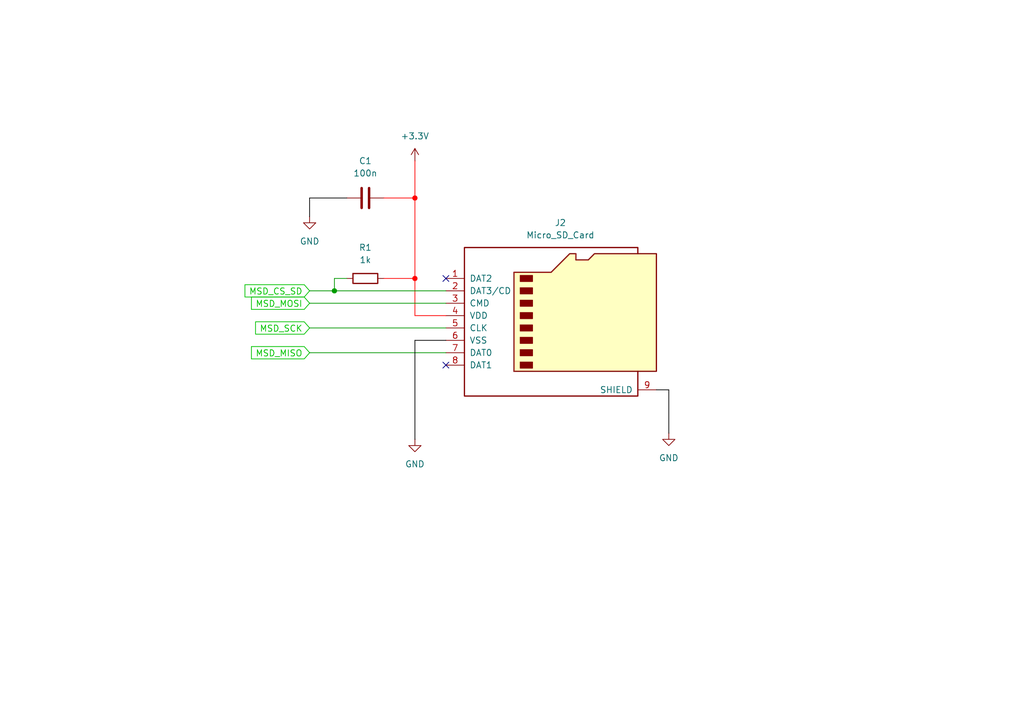
<source format=kicad_sch>
(kicad_sch
	(version 20231120)
	(generator "eeschema")
	(generator_version "8.0")
	(uuid "bdf989dc-e67b-4f27-a164-b3e832785386")
	(paper "A5")
	(lib_symbols
		(symbol "Connector:Micro_SD_Card"
			(pin_names
				(offset 1.016)
			)
			(exclude_from_sim no)
			(in_bom yes)
			(on_board yes)
			(property "Reference" "J"
				(at -16.51 15.24 0)
				(effects
					(font
						(size 1.27 1.27)
					)
				)
			)
			(property "Value" "Micro_SD_Card"
				(at 16.51 15.24 0)
				(effects
					(font
						(size 1.27 1.27)
					)
					(justify right)
				)
			)
			(property "Footprint" ""
				(at 29.21 7.62 0)
				(effects
					(font
						(size 1.27 1.27)
					)
					(hide yes)
				)
			)
			(property "Datasheet" "http://katalog.we-online.de/em/datasheet/693072010801.pdf"
				(at 0 0 0)
				(effects
					(font
						(size 1.27 1.27)
					)
					(hide yes)
				)
			)
			(property "Description" "Micro SD Card Socket"
				(at 0 0 0)
				(effects
					(font
						(size 1.27 1.27)
					)
					(hide yes)
				)
			)
			(property "ki_keywords" "connector SD microsd"
				(at 0 0 0)
				(effects
					(font
						(size 1.27 1.27)
					)
					(hide yes)
				)
			)
			(property "ki_fp_filters" "microSD*"
				(at 0 0 0)
				(effects
					(font
						(size 1.27 1.27)
					)
					(hide yes)
				)
			)
			(symbol "Micro_SD_Card_0_1"
				(rectangle
					(start -7.62 -9.525)
					(end -5.08 -10.795)
					(stroke
						(width 0)
						(type default)
					)
					(fill
						(type outline)
					)
				)
				(rectangle
					(start -7.62 -6.985)
					(end -5.08 -8.255)
					(stroke
						(width 0)
						(type default)
					)
					(fill
						(type outline)
					)
				)
				(rectangle
					(start -7.62 -4.445)
					(end -5.08 -5.715)
					(stroke
						(width 0)
						(type default)
					)
					(fill
						(type outline)
					)
				)
				(rectangle
					(start -7.62 -1.905)
					(end -5.08 -3.175)
					(stroke
						(width 0)
						(type default)
					)
					(fill
						(type outline)
					)
				)
				(rectangle
					(start -7.62 0.635)
					(end -5.08 -0.635)
					(stroke
						(width 0)
						(type default)
					)
					(fill
						(type outline)
					)
				)
				(rectangle
					(start -7.62 3.175)
					(end -5.08 1.905)
					(stroke
						(width 0)
						(type default)
					)
					(fill
						(type outline)
					)
				)
				(rectangle
					(start -7.62 5.715)
					(end -5.08 4.445)
					(stroke
						(width 0)
						(type default)
					)
					(fill
						(type outline)
					)
				)
				(rectangle
					(start -7.62 8.255)
					(end -5.08 6.985)
					(stroke
						(width 0)
						(type default)
					)
					(fill
						(type outline)
					)
				)
				(polyline
					(pts
						(xy 16.51 12.7) (xy 16.51 13.97) (xy -19.05 13.97) (xy -19.05 -16.51) (xy 16.51 -16.51) (xy 16.51 -11.43)
					)
					(stroke
						(width 0.254)
						(type default)
					)
					(fill
						(type none)
					)
				)
				(polyline
					(pts
						(xy -8.89 -11.43) (xy -8.89 8.89) (xy -1.27 8.89) (xy 2.54 12.7) (xy 3.81 12.7) (xy 3.81 11.43)
						(xy 6.35 11.43) (xy 7.62 12.7) (xy 20.32 12.7) (xy 20.32 -11.43) (xy -8.89 -11.43)
					)
					(stroke
						(width 0.254)
						(type default)
					)
					(fill
						(type background)
					)
				)
			)
			(symbol "Micro_SD_Card_1_1"
				(pin bidirectional line
					(at -22.86 7.62 0)
					(length 3.81)
					(name "DAT2"
						(effects
							(font
								(size 1.27 1.27)
							)
						)
					)
					(number "1"
						(effects
							(font
								(size 1.27 1.27)
							)
						)
					)
				)
				(pin bidirectional line
					(at -22.86 5.08 0)
					(length 3.81)
					(name "DAT3/CD"
						(effects
							(font
								(size 1.27 1.27)
							)
						)
					)
					(number "2"
						(effects
							(font
								(size 1.27 1.27)
							)
						)
					)
				)
				(pin input line
					(at -22.86 2.54 0)
					(length 3.81)
					(name "CMD"
						(effects
							(font
								(size 1.27 1.27)
							)
						)
					)
					(number "3"
						(effects
							(font
								(size 1.27 1.27)
							)
						)
					)
				)
				(pin power_in line
					(at -22.86 0 0)
					(length 3.81)
					(name "VDD"
						(effects
							(font
								(size 1.27 1.27)
							)
						)
					)
					(number "4"
						(effects
							(font
								(size 1.27 1.27)
							)
						)
					)
				)
				(pin input line
					(at -22.86 -2.54 0)
					(length 3.81)
					(name "CLK"
						(effects
							(font
								(size 1.27 1.27)
							)
						)
					)
					(number "5"
						(effects
							(font
								(size 1.27 1.27)
							)
						)
					)
				)
				(pin power_in line
					(at -22.86 -5.08 0)
					(length 3.81)
					(name "VSS"
						(effects
							(font
								(size 1.27 1.27)
							)
						)
					)
					(number "6"
						(effects
							(font
								(size 1.27 1.27)
							)
						)
					)
				)
				(pin bidirectional line
					(at -22.86 -7.62 0)
					(length 3.81)
					(name "DAT0"
						(effects
							(font
								(size 1.27 1.27)
							)
						)
					)
					(number "7"
						(effects
							(font
								(size 1.27 1.27)
							)
						)
					)
				)
				(pin bidirectional line
					(at -22.86 -10.16 0)
					(length 3.81)
					(name "DAT1"
						(effects
							(font
								(size 1.27 1.27)
							)
						)
					)
					(number "8"
						(effects
							(font
								(size 1.27 1.27)
							)
						)
					)
				)
				(pin passive line
					(at 20.32 -15.24 180)
					(length 3.81)
					(name "SHIELD"
						(effects
							(font
								(size 1.27 1.27)
							)
						)
					)
					(number "9"
						(effects
							(font
								(size 1.27 1.27)
							)
						)
					)
				)
			)
		)
		(symbol "Device:C"
			(pin_numbers hide)
			(pin_names
				(offset 0.254)
			)
			(exclude_from_sim no)
			(in_bom yes)
			(on_board yes)
			(property "Reference" "C"
				(at 0.635 2.54 0)
				(effects
					(font
						(size 1.27 1.27)
					)
					(justify left)
				)
			)
			(property "Value" "C"
				(at 0.635 -2.54 0)
				(effects
					(font
						(size 1.27 1.27)
					)
					(justify left)
				)
			)
			(property "Footprint" ""
				(at 0.9652 -3.81 0)
				(effects
					(font
						(size 1.27 1.27)
					)
					(hide yes)
				)
			)
			(property "Datasheet" "~"
				(at 0 0 0)
				(effects
					(font
						(size 1.27 1.27)
					)
					(hide yes)
				)
			)
			(property "Description" "Unpolarized capacitor"
				(at 0 0 0)
				(effects
					(font
						(size 1.27 1.27)
					)
					(hide yes)
				)
			)
			(property "ki_keywords" "cap capacitor"
				(at 0 0 0)
				(effects
					(font
						(size 1.27 1.27)
					)
					(hide yes)
				)
			)
			(property "ki_fp_filters" "C_*"
				(at 0 0 0)
				(effects
					(font
						(size 1.27 1.27)
					)
					(hide yes)
				)
			)
			(symbol "C_0_1"
				(polyline
					(pts
						(xy -2.032 -0.762) (xy 2.032 -0.762)
					)
					(stroke
						(width 0.508)
						(type default)
					)
					(fill
						(type none)
					)
				)
				(polyline
					(pts
						(xy -2.032 0.762) (xy 2.032 0.762)
					)
					(stroke
						(width 0.508)
						(type default)
					)
					(fill
						(type none)
					)
				)
			)
			(symbol "C_1_1"
				(pin passive line
					(at 0 3.81 270)
					(length 2.794)
					(name "~"
						(effects
							(font
								(size 1.27 1.27)
							)
						)
					)
					(number "1"
						(effects
							(font
								(size 1.27 1.27)
							)
						)
					)
				)
				(pin passive line
					(at 0 -3.81 90)
					(length 2.794)
					(name "~"
						(effects
							(font
								(size 1.27 1.27)
							)
						)
					)
					(number "2"
						(effects
							(font
								(size 1.27 1.27)
							)
						)
					)
				)
			)
		)
		(symbol "Device:R"
			(pin_numbers hide)
			(pin_names
				(offset 0)
			)
			(exclude_from_sim no)
			(in_bom yes)
			(on_board yes)
			(property "Reference" "R"
				(at 2.032 0 90)
				(effects
					(font
						(size 1.27 1.27)
					)
				)
			)
			(property "Value" "R"
				(at 0 0 90)
				(effects
					(font
						(size 1.27 1.27)
					)
				)
			)
			(property "Footprint" ""
				(at -1.778 0 90)
				(effects
					(font
						(size 1.27 1.27)
					)
					(hide yes)
				)
			)
			(property "Datasheet" "~"
				(at 0 0 0)
				(effects
					(font
						(size 1.27 1.27)
					)
					(hide yes)
				)
			)
			(property "Description" "Resistor"
				(at 0 0 0)
				(effects
					(font
						(size 1.27 1.27)
					)
					(hide yes)
				)
			)
			(property "ki_keywords" "R res resistor"
				(at 0 0 0)
				(effects
					(font
						(size 1.27 1.27)
					)
					(hide yes)
				)
			)
			(property "ki_fp_filters" "R_*"
				(at 0 0 0)
				(effects
					(font
						(size 1.27 1.27)
					)
					(hide yes)
				)
			)
			(symbol "R_0_1"
				(rectangle
					(start -1.016 -2.54)
					(end 1.016 2.54)
					(stroke
						(width 0.254)
						(type default)
					)
					(fill
						(type none)
					)
				)
			)
			(symbol "R_1_1"
				(pin passive line
					(at 0 3.81 270)
					(length 1.27)
					(name "~"
						(effects
							(font
								(size 1.27 1.27)
							)
						)
					)
					(number "1"
						(effects
							(font
								(size 1.27 1.27)
							)
						)
					)
				)
				(pin passive line
					(at 0 -3.81 90)
					(length 1.27)
					(name "~"
						(effects
							(font
								(size 1.27 1.27)
							)
						)
					)
					(number "2"
						(effects
							(font
								(size 1.27 1.27)
							)
						)
					)
				)
			)
		)
		(symbol "power:+3.3V"
			(power)
			(pin_numbers hide)
			(pin_names
				(offset 0) hide)
			(exclude_from_sim no)
			(in_bom yes)
			(on_board yes)
			(property "Reference" "#PWR"
				(at 0 -3.81 0)
				(effects
					(font
						(size 1.27 1.27)
					)
					(hide yes)
				)
			)
			(property "Value" "+3.3V"
				(at 0 3.556 0)
				(effects
					(font
						(size 1.27 1.27)
					)
				)
			)
			(property "Footprint" ""
				(at 0 0 0)
				(effects
					(font
						(size 1.27 1.27)
					)
					(hide yes)
				)
			)
			(property "Datasheet" ""
				(at 0 0 0)
				(effects
					(font
						(size 1.27 1.27)
					)
					(hide yes)
				)
			)
			(property "Description" "Power symbol creates a global label with name \"+3.3V\""
				(at 0 0 0)
				(effects
					(font
						(size 1.27 1.27)
					)
					(hide yes)
				)
			)
			(property "ki_keywords" "global power"
				(at 0 0 0)
				(effects
					(font
						(size 1.27 1.27)
					)
					(hide yes)
				)
			)
			(symbol "+3.3V_0_1"
				(polyline
					(pts
						(xy -0.762 1.27) (xy 0 2.54)
					)
					(stroke
						(width 0)
						(type default)
					)
					(fill
						(type none)
					)
				)
				(polyline
					(pts
						(xy 0 0) (xy 0 2.54)
					)
					(stroke
						(width 0)
						(type default)
					)
					(fill
						(type none)
					)
				)
				(polyline
					(pts
						(xy 0 2.54) (xy 0.762 1.27)
					)
					(stroke
						(width 0)
						(type default)
					)
					(fill
						(type none)
					)
				)
			)
			(symbol "+3.3V_1_1"
				(pin power_in line
					(at 0 0 90)
					(length 0)
					(name "~"
						(effects
							(font
								(size 1.27 1.27)
							)
						)
					)
					(number "1"
						(effects
							(font
								(size 1.27 1.27)
							)
						)
					)
				)
			)
		)
		(symbol "power:GND"
			(power)
			(pin_numbers hide)
			(pin_names
				(offset 0) hide)
			(exclude_from_sim no)
			(in_bom yes)
			(on_board yes)
			(property "Reference" "#PWR"
				(at 0 -6.35 0)
				(effects
					(font
						(size 1.27 1.27)
					)
					(hide yes)
				)
			)
			(property "Value" "GND"
				(at 0 -3.81 0)
				(effects
					(font
						(size 1.27 1.27)
					)
				)
			)
			(property "Footprint" ""
				(at 0 0 0)
				(effects
					(font
						(size 1.27 1.27)
					)
					(hide yes)
				)
			)
			(property "Datasheet" ""
				(at 0 0 0)
				(effects
					(font
						(size 1.27 1.27)
					)
					(hide yes)
				)
			)
			(property "Description" "Power symbol creates a global label with name \"GND\" , ground"
				(at 0 0 0)
				(effects
					(font
						(size 1.27 1.27)
					)
					(hide yes)
				)
			)
			(property "ki_keywords" "global power"
				(at 0 0 0)
				(effects
					(font
						(size 1.27 1.27)
					)
					(hide yes)
				)
			)
			(symbol "GND_0_1"
				(polyline
					(pts
						(xy 0 0) (xy 0 -1.27) (xy 1.27 -1.27) (xy 0 -2.54) (xy -1.27 -1.27) (xy 0 -1.27)
					)
					(stroke
						(width 0)
						(type default)
					)
					(fill
						(type none)
					)
				)
			)
			(symbol "GND_1_1"
				(pin power_in line
					(at 0 0 270)
					(length 0)
					(name "~"
						(effects
							(font
								(size 1.27 1.27)
							)
						)
					)
					(number "1"
						(effects
							(font
								(size 1.27 1.27)
							)
						)
					)
				)
			)
		)
	)
	(junction
		(at 85.09 57.15)
		(diameter 0)
		(color 255 0 0 1)
		(uuid "0dc07f37-cc17-4988-b5c6-14cb7b7b6227")
	)
	(junction
		(at 68.58 59.69)
		(diameter 0)
		(color 0 0 0 0)
		(uuid "10862637-90ef-49eb-b094-81b242515ed1")
	)
	(junction
		(at 85.09 40.64)
		(diameter 0)
		(color 255 0 0 1)
		(uuid "19dade54-74dd-4668-abe6-090a4d49ce9a")
	)
	(no_connect
		(at 91.44 74.93)
		(uuid "4ee7c14b-af6b-487a-8b71-5947adc58e49")
	)
	(no_connect
		(at 91.44 57.15)
		(uuid "ab79f78d-4130-4880-aea6-1826ab65968f")
	)
	(wire
		(pts
			(xy 63.5 40.64) (xy 71.12 40.64)
		)
		(stroke
			(width 0)
			(type default)
			(color 0 0 0 1)
		)
		(uuid "06c36b57-663d-489d-8328-8aa95ff3e958")
	)
	(wire
		(pts
			(xy 63.5 59.69) (xy 68.58 59.69)
		)
		(stroke
			(width 0)
			(type default)
		)
		(uuid "34e8c546-f242-4fd2-8cb6-cdfe509a90b1")
	)
	(wire
		(pts
			(xy 85.09 57.15) (xy 85.09 40.64)
		)
		(stroke
			(width 0)
			(type default)
			(color 255 0 0 1)
		)
		(uuid "3bd0145b-8a89-4d39-b501-93a5aab22cf6")
	)
	(wire
		(pts
			(xy 63.5 67.31) (xy 91.44 67.31)
		)
		(stroke
			(width 0)
			(type default)
		)
		(uuid "451caa7b-ac3d-47bc-aef1-fba4f6ad5648")
	)
	(wire
		(pts
			(xy 137.16 80.01) (xy 137.16 88.9)
		)
		(stroke
			(width 0)
			(type default)
			(color 0 0 0 1)
		)
		(uuid "49468ee8-9c66-4b54-adbf-ebd800254b4a")
	)
	(wire
		(pts
			(xy 85.09 40.64) (xy 85.09 33.02)
		)
		(stroke
			(width 0)
			(type default)
			(color 255 0 0 1)
		)
		(uuid "52b03b4f-97f3-4a77-a672-241a720a7e4c")
	)
	(wire
		(pts
			(xy 71.12 57.15) (xy 68.58 57.15)
		)
		(stroke
			(width 0)
			(type default)
		)
		(uuid "636bcffa-73b9-4861-b484-dd7490d282e6")
	)
	(wire
		(pts
			(xy 78.74 57.15) (xy 85.09 57.15)
		)
		(stroke
			(width 0)
			(type default)
			(color 255 0 0 1)
		)
		(uuid "64a88675-d8fc-4fb3-8086-05ecf1489a9c")
	)
	(wire
		(pts
			(xy 91.44 64.77) (xy 85.09 64.77)
		)
		(stroke
			(width 0)
			(type default)
			(color 255 0 0 1)
		)
		(uuid "6a907fa8-2648-4626-9d9e-28f792e61cd9")
	)
	(wire
		(pts
			(xy 63.5 62.23) (xy 91.44 62.23)
		)
		(stroke
			(width 0)
			(type default)
		)
		(uuid "6dc30557-dac4-40a2-970b-5a643631a622")
	)
	(wire
		(pts
			(xy 85.09 90.17) (xy 85.09 69.85)
		)
		(stroke
			(width 0)
			(type default)
			(color 0 0 0 1)
		)
		(uuid "7a89f2a6-dae5-4ee5-8046-71f92902c0b1")
	)
	(wire
		(pts
			(xy 68.58 59.69) (xy 91.44 59.69)
		)
		(stroke
			(width 0)
			(type default)
		)
		(uuid "a541f35e-ccbe-412e-b92e-3f38946f02d0")
	)
	(wire
		(pts
			(xy 85.09 69.85) (xy 91.44 69.85)
		)
		(stroke
			(width 0)
			(type default)
			(color 0 0 0 1)
		)
		(uuid "bd5e22a9-4efa-40f5-aaaf-b740ccea40bc")
	)
	(wire
		(pts
			(xy 78.74 40.64) (xy 85.09 40.64)
		)
		(stroke
			(width 0)
			(type default)
			(color 255 0 0 1)
		)
		(uuid "cbb929c6-d49c-43c8-b7da-b47337a262d2")
	)
	(wire
		(pts
			(xy 85.09 64.77) (xy 85.09 57.15)
		)
		(stroke
			(width 0)
			(type default)
			(color 255 0 0 1)
		)
		(uuid "d2a8d687-92ef-403c-91d4-f0016b9d9d7d")
	)
	(wire
		(pts
			(xy 68.58 57.15) (xy 68.58 59.69)
		)
		(stroke
			(width 0)
			(type default)
		)
		(uuid "dd5267de-a34b-443c-9a01-2564aaa4f987")
	)
	(wire
		(pts
			(xy 63.5 44.45) (xy 63.5 40.64)
		)
		(stroke
			(width 0)
			(type default)
			(color 0 0 0 1)
		)
		(uuid "ef9905bf-ded1-4799-8bc5-74278af63162")
	)
	(wire
		(pts
			(xy 63.5 72.39) (xy 91.44 72.39)
		)
		(stroke
			(width 0)
			(type default)
		)
		(uuid "efe91f1d-e0dc-4665-8842-d3a9a396087d")
	)
	(wire
		(pts
			(xy 134.62 80.01) (xy 137.16 80.01)
		)
		(stroke
			(width 0)
			(type default)
			(color 0 0 0 1)
		)
		(uuid "fcbf015f-c75f-4158-bd61-7fd1924d1c70")
	)
	(global_label "MSD_MISO"
		(shape input)
		(at 63.5 72.39 180)
		(fields_autoplaced yes)
		(effects
			(font
				(size 1.27 1.27)
				(color 0 194 0 1)
			)
			(justify right)
		)
		(uuid "5157da2b-8977-4e3f-839a-f642e136c8d4")
		(property "Intersheetrefs" "${INTERSHEET_REFS}"
			(at 51.0201 72.39 0)
			(effects
				(font
					(size 1.27 1.27)
				)
				(justify right)
				(hide yes)
			)
		)
	)
	(global_label "MSD_MOSI"
		(shape input)
		(at 63.5 62.23 180)
		(fields_autoplaced yes)
		(effects
			(font
				(size 1.27 1.27)
				(color 0 194 0 1)
			)
			(justify right)
		)
		(uuid "52f93228-3a56-4b2a-b9d1-13451d3e14bc")
		(property "Intersheetrefs" "${INTERSHEET_REFS}"
			(at 51.0201 62.23 0)
			(effects
				(font
					(size 1.27 1.27)
				)
				(justify right)
				(hide yes)
			)
		)
	)
	(global_label "MSD_SCK"
		(shape input)
		(at 63.5 67.31 180)
		(fields_autoplaced yes)
		(effects
			(font
				(size 1.27 1.27)
				(color 0 194 0 1)
			)
			(justify right)
		)
		(uuid "8d110701-d859-4f48-b593-1757b2393c3b")
		(property "Intersheetrefs" "${INTERSHEET_REFS}"
			(at 51.8668 67.31 0)
			(effects
				(font
					(size 1.27 1.27)
				)
				(justify right)
				(hide yes)
			)
		)
	)
	(global_label "MSD_CS_SD"
		(shape input)
		(at 63.5 59.69 180)
		(fields_autoplaced yes)
		(effects
			(font
				(size 1.27 1.27)
				(color 0 194 0 1)
			)
			(justify right)
		)
		(uuid "e6401e8d-07f2-4589-b8c1-1e2090ceea23")
		(property "Intersheetrefs" "${INTERSHEET_REFS}"
			(at 49.6897 59.69 0)
			(effects
				(font
					(size 1.27 1.27)
				)
				(justify right)
				(hide yes)
			)
		)
	)
	(symbol
		(lib_id "power:GND")
		(at 63.5 44.45 0)
		(unit 1)
		(exclude_from_sim no)
		(in_bom yes)
		(on_board yes)
		(dnp no)
		(fields_autoplaced yes)
		(uuid "081ce52e-caf5-4ae1-bf38-0039ec8bf6a4")
		(property "Reference" "#PWR01"
			(at 63.5 50.8 0)
			(effects
				(font
					(size 1.27 1.27)
				)
				(hide yes)
			)
		)
		(property "Value" "GND"
			(at 63.5 49.53 0)
			(effects
				(font
					(size 1.27 1.27)
				)
			)
		)
		(property "Footprint" ""
			(at 63.5 44.45 0)
			(effects
				(font
					(size 1.27 1.27)
				)
				(hide yes)
			)
		)
		(property "Datasheet" ""
			(at 63.5 44.45 0)
			(effects
				(font
					(size 1.27 1.27)
				)
				(hide yes)
			)
		)
		(property "Description" "Power symbol creates a global label with name \"GND\" , ground"
			(at 63.5 44.45 0)
			(effects
				(font
					(size 1.27 1.27)
				)
				(hide yes)
			)
		)
		(pin "1"
			(uuid "bae86cab-814f-4ebb-826f-2f4cd18c4c04")
		)
		(instances
			(project "MAPA"
				(path "/f2abadc5-268e-4410-973f-1946421fe164/ce289c9f-910d-4424-9bdc-4dbf5492a723"
					(reference "#PWR01")
					(unit 1)
				)
			)
		)
	)
	(symbol
		(lib_id "power:GND")
		(at 137.16 88.9 0)
		(unit 1)
		(exclude_from_sim no)
		(in_bom yes)
		(on_board yes)
		(dnp no)
		(fields_autoplaced yes)
		(uuid "5a21365f-3a51-4c5e-9340-50be2a071d81")
		(property "Reference" "#PWR04"
			(at 137.16 95.25 0)
			(effects
				(font
					(size 1.27 1.27)
				)
				(hide yes)
			)
		)
		(property "Value" "GND"
			(at 137.16 93.98 0)
			(effects
				(font
					(size 1.27 1.27)
				)
			)
		)
		(property "Footprint" ""
			(at 137.16 88.9 0)
			(effects
				(font
					(size 1.27 1.27)
				)
				(hide yes)
			)
		)
		(property "Datasheet" ""
			(at 137.16 88.9 0)
			(effects
				(font
					(size 1.27 1.27)
				)
				(hide yes)
			)
		)
		(property "Description" "Power symbol creates a global label with name \"GND\" , ground"
			(at 137.16 88.9 0)
			(effects
				(font
					(size 1.27 1.27)
				)
				(hide yes)
			)
		)
		(pin "1"
			(uuid "0332fcee-901b-4003-a5e7-510f0d7eb851")
		)
		(instances
			(project "MAPA"
				(path "/f2abadc5-268e-4410-973f-1946421fe164/ce289c9f-910d-4424-9bdc-4dbf5492a723"
					(reference "#PWR04")
					(unit 1)
				)
			)
		)
	)
	(symbol
		(lib_id "power:+3.3V")
		(at 85.09 33.02 0)
		(unit 1)
		(exclude_from_sim no)
		(in_bom yes)
		(on_board yes)
		(dnp no)
		(fields_autoplaced yes)
		(uuid "6dd86673-592f-4e39-97c0-bd3744920b67")
		(property "Reference" "#PWR02"
			(at 85.09 36.83 0)
			(effects
				(font
					(size 1.27 1.27)
				)
				(hide yes)
			)
		)
		(property "Value" "+3.3V"
			(at 85.09 27.94 0)
			(effects
				(font
					(size 1.27 1.27)
				)
			)
		)
		(property "Footprint" ""
			(at 85.09 33.02 0)
			(effects
				(font
					(size 1.27 1.27)
				)
				(hide yes)
			)
		)
		(property "Datasheet" ""
			(at 85.09 33.02 0)
			(effects
				(font
					(size 1.27 1.27)
				)
				(hide yes)
			)
		)
		(property "Description" "Power symbol creates a global label with name \"+3.3V\""
			(at 85.09 33.02 0)
			(effects
				(font
					(size 1.27 1.27)
				)
				(hide yes)
			)
		)
		(pin "1"
			(uuid "5b8dac77-7477-4006-82b8-ee9cae0ee7d9")
		)
		(instances
			(project "MAPA"
				(path "/f2abadc5-268e-4410-973f-1946421fe164/ce289c9f-910d-4424-9bdc-4dbf5492a723"
					(reference "#PWR02")
					(unit 1)
				)
			)
		)
	)
	(symbol
		(lib_id "Device:R")
		(at 74.93 57.15 90)
		(unit 1)
		(exclude_from_sim no)
		(in_bom yes)
		(on_board yes)
		(dnp no)
		(fields_autoplaced yes)
		(uuid "6fe75bb6-b297-4d26-8c6f-e394745c48d7")
		(property "Reference" "R1"
			(at 74.93 50.8 90)
			(effects
				(font
					(size 1.27 1.27)
				)
			)
		)
		(property "Value" "1k"
			(at 74.93 53.34 90)
			(effects
				(font
					(size 1.27 1.27)
				)
			)
		)
		(property "Footprint" ""
			(at 74.93 58.928 90)
			(effects
				(font
					(size 1.27 1.27)
				)
				(hide yes)
			)
		)
		(property "Datasheet" "~"
			(at 74.93 57.15 0)
			(effects
				(font
					(size 1.27 1.27)
				)
				(hide yes)
			)
		)
		(property "Description" "Resistor"
			(at 74.93 57.15 0)
			(effects
				(font
					(size 1.27 1.27)
				)
				(hide yes)
			)
		)
		(pin "2"
			(uuid "262c36d0-e292-4477-9d97-9aade3ce0bb1")
		)
		(pin "1"
			(uuid "6b2a633e-9b0c-47ec-9300-53201a886660")
		)
		(instances
			(project "MAPA"
				(path "/f2abadc5-268e-4410-973f-1946421fe164/ce289c9f-910d-4424-9bdc-4dbf5492a723"
					(reference "R1")
					(unit 1)
				)
			)
		)
	)
	(symbol
		(lib_id "power:GND")
		(at 85.09 90.17 0)
		(unit 1)
		(exclude_from_sim no)
		(in_bom yes)
		(on_board yes)
		(dnp no)
		(fields_autoplaced yes)
		(uuid "73d30ba2-1cee-4e79-9aa6-6f6061ec575d")
		(property "Reference" "#PWR03"
			(at 85.09 96.52 0)
			(effects
				(font
					(size 1.27 1.27)
				)
				(hide yes)
			)
		)
		(property "Value" "GND"
			(at 85.09 95.25 0)
			(effects
				(font
					(size 1.27 1.27)
				)
			)
		)
		(property "Footprint" ""
			(at 85.09 90.17 0)
			(effects
				(font
					(size 1.27 1.27)
				)
				(hide yes)
			)
		)
		(property "Datasheet" ""
			(at 85.09 90.17 0)
			(effects
				(font
					(size 1.27 1.27)
				)
				(hide yes)
			)
		)
		(property "Description" "Power symbol creates a global label with name \"GND\" , ground"
			(at 85.09 90.17 0)
			(effects
				(font
					(size 1.27 1.27)
				)
				(hide yes)
			)
		)
		(pin "1"
			(uuid "1bcd2af4-8f88-462d-a689-dec7f84928a0")
		)
		(instances
			(project "MAPA"
				(path "/f2abadc5-268e-4410-973f-1946421fe164/ce289c9f-910d-4424-9bdc-4dbf5492a723"
					(reference "#PWR03")
					(unit 1)
				)
			)
		)
	)
	(symbol
		(lib_id "Device:C")
		(at 74.93 40.64 90)
		(unit 1)
		(exclude_from_sim no)
		(in_bom yes)
		(on_board yes)
		(dnp no)
		(fields_autoplaced yes)
		(uuid "c774d396-697f-4594-934d-4e55a35e659e")
		(property "Reference" "C1"
			(at 74.93 33.02 90)
			(effects
				(font
					(size 1.27 1.27)
				)
			)
		)
		(property "Value" "100n"
			(at 74.93 35.56 90)
			(effects
				(font
					(size 1.27 1.27)
				)
			)
		)
		(property "Footprint" ""
			(at 78.74 39.6748 0)
			(effects
				(font
					(size 1.27 1.27)
				)
				(hide yes)
			)
		)
		(property "Datasheet" "~"
			(at 74.93 40.64 0)
			(effects
				(font
					(size 1.27 1.27)
				)
				(hide yes)
			)
		)
		(property "Description" "Unpolarized capacitor"
			(at 74.93 40.64 0)
			(effects
				(font
					(size 1.27 1.27)
				)
				(hide yes)
			)
		)
		(pin "1"
			(uuid "014e8d12-13fc-450e-949a-211549344835")
		)
		(pin "2"
			(uuid "5320c766-0af7-4219-a373-5020627b7555")
		)
		(instances
			(project "MAPA"
				(path "/f2abadc5-268e-4410-973f-1946421fe164/ce289c9f-910d-4424-9bdc-4dbf5492a723"
					(reference "C1")
					(unit 1)
				)
			)
		)
	)
	(symbol
		(lib_id "Connector:Micro_SD_Card")
		(at 114.3 64.77 0)
		(unit 1)
		(exclude_from_sim no)
		(in_bom yes)
		(on_board yes)
		(dnp no)
		(fields_autoplaced yes)
		(uuid "dedafd2b-5033-4134-8925-cad3037f1cd7")
		(property "Reference" "J2"
			(at 114.935 45.72 0)
			(effects
				(font
					(size 1.27 1.27)
				)
			)
		)
		(property "Value" "Micro_SD_Card"
			(at 114.935 48.26 0)
			(effects
				(font
					(size 1.27 1.27)
				)
			)
		)
		(property "Footprint" "Connector_IDC:IDC-Header_2x03_P2.54mm_Horizontal"
			(at 143.51 57.15 0)
			(effects
				(font
					(size 1.27 1.27)
				)
				(hide yes)
			)
		)
		(property "Datasheet" "http://katalog.we-online.de/em/datasheet/693072010801.pdf"
			(at 114.3 64.77 0)
			(effects
				(font
					(size 1.27 1.27)
				)
				(hide yes)
			)
		)
		(property "Description" "Micro SD Card Socket"
			(at 114.3 64.77 0)
			(effects
				(font
					(size 1.27 1.27)
				)
				(hide yes)
			)
		)
		(pin "1"
			(uuid "f26dea91-f6f8-431a-9ed2-370be2e6a3df")
		)
		(pin "6"
			(uuid "2fdf31fc-f3ac-47de-8fb0-66e6f777dd2b")
		)
		(pin "4"
			(uuid "7311f030-6364-48d6-99e2-d1654ece4764")
		)
		(pin "2"
			(uuid "bf09b545-6d5f-456c-85e0-a5226d95fa48")
		)
		(pin "3"
			(uuid "4a487cd6-3749-46d1-94fb-4b18e0696731")
		)
		(pin "9"
			(uuid "21da6e05-90de-4ffd-bb21-603827e0f442")
		)
		(pin "8"
			(uuid "6a4c493f-bc4f-44ea-8433-374e1f03594c")
		)
		(pin "7"
			(uuid "49762bb1-76ae-4c6c-aa90-e3243d27e59e")
		)
		(pin "5"
			(uuid "e6996cc9-5637-402d-b7d7-002091fe59f3")
		)
		(instances
			(project "MAPA"
				(path "/f2abadc5-268e-4410-973f-1946421fe164/ce289c9f-910d-4424-9bdc-4dbf5492a723"
					(reference "J2")
					(unit 1)
				)
			)
		)
	)
)

</source>
